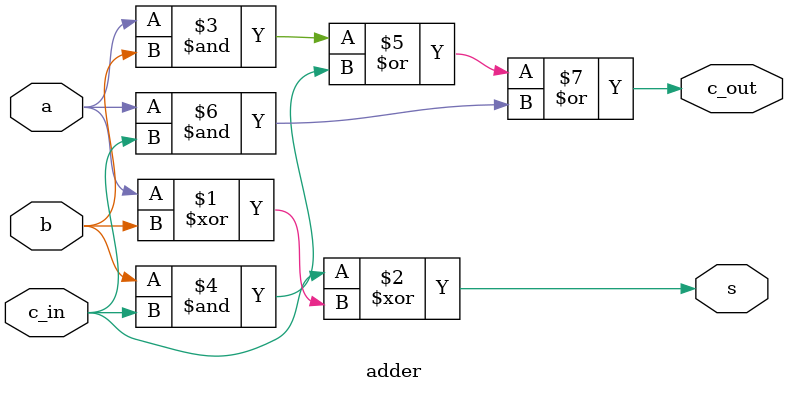
<source format=v>
`timescale 1ns / 1ps


module adder(
    input a,
    input b,
    input c_in,
    output s,
    output c_out
    
    );
    assign s = c_in ^ (a^b);
    assign c_out = (a & b) | (b & c_in) | (a & c_in);
endmodule
</source>
